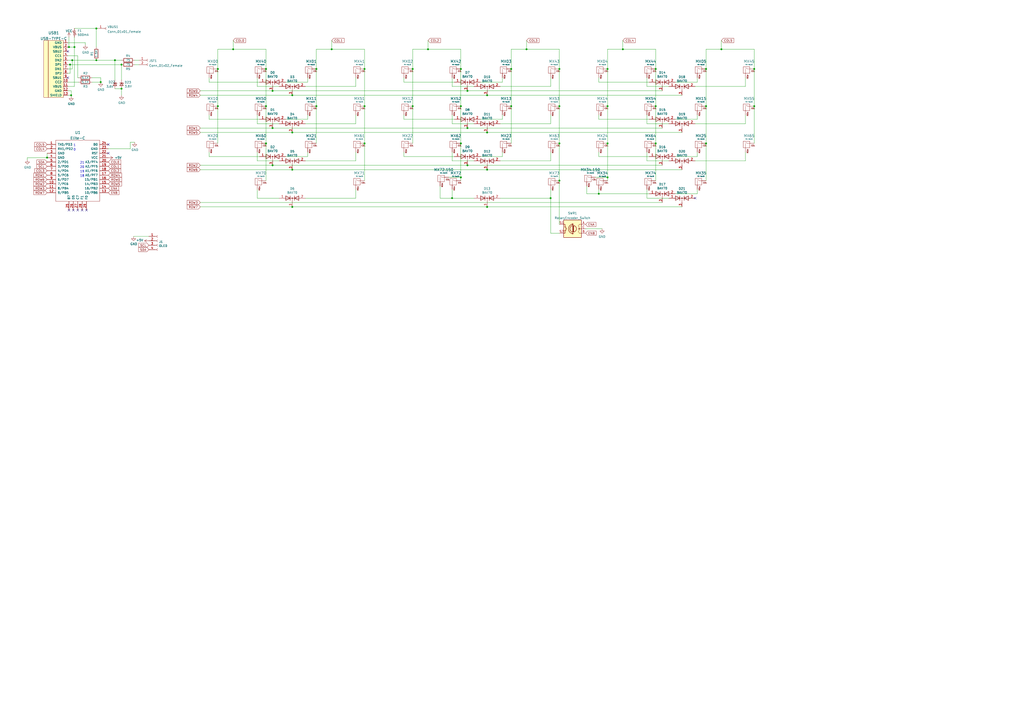
<source format=kicad_sch>
(kicad_sch (version 20211123) (generator eeschema)
  (paper "A2")
  (lib_symbols
    (symbol "Connector:Conn_01x01_Female" (pin_names (offset 1.016) hide)
      (property "Reference" "J" (at 0 2.54 0))
      (property "Value" "Conn_01x01_Female" (at 0 -2.54 0))
      (symbol "Conn_01x01_Female_1_1"
        (pin passive line (at -5.08 0 0) (length 3.81) (name "Pin_1") (number "1"))
      )
    )
    (symbol "Connector:Conn_01x02_Female" (pin_names (offset 1.016) hide)
      (property "Reference" "J" (at 0 2.54 0))
      (property "Value" "Conn_01x02_Female" (at 0 -5.08 0))
      (symbol "Conn_01x02_Female_1_1"
        (pin passive line (at -5.08 0 0) (length 3.81) (name "Pin_1") (number "1"))
        (pin passive line (at -5.08 -2.54 0) (length 3.81) (name "Pin_2") (number "2"))
      )
    )
    (symbol "Connector:Conn_01x04_Female" (pin_names (offset 1.016) hide)
      (property "Reference" "J" (at 0 5.08 0))
      (property "Value" "Conn_01x04_Female" (at 0 -7.62 0))
      (symbol "Conn_01x04_Female_1_1"
        (pin passive line (at -5.08 2.54 0) (length 3.81) (name "Pin_1") (number "1"))
        (pin passive line (at -5.08 0 0) (length 3.81) (name "Pin_2") (number "2"))
        (pin passive line (at -5.08 -2.54 0) (length 3.81) (name "Pin_3") (number "3"))
        (pin passive line (at -5.08 -5.08 0) (length 3.81) (name "Pin_4") (number "4"))
      )
    )
    (symbol "Device:D_Zener_Small" (pin_numbers hide) (pin_names (offset 0.254) hide)
      (property "Reference" "D" (at 0 2.286 0))
      (property "Value" "D_Zener_Small" (at 0 -2.286 0))
      (symbol "D_Zener_Small_1_1"
        (pin passive line (at -2.54 0 0) (length 1.778) (name "K") (number "1"))
        (pin passive line (at 2.54 0 180) (length 1.778) (name "A") (number "2"))
      )
    )
    (symbol "Device:Polyfuse_Small" (pin_numbers hide) (pin_names (offset 0))
      (property "Reference" "F" (at -1.905 0 90))
      (property "Value" "Polyfuse_Small" (at 1.905 0 90))
      (symbol "Polyfuse_Small_1_1"
        (pin passive line (at 0 2.54 270) (length 0.635) (name "~") (number "1"))
        (pin passive line (at 0 -2.54 90) (length 0.635) (name "~") (number "2"))
      )
    )
    (symbol "Device:R" (pin_numbers hide) (pin_names (offset 0))
      (property "Reference" "R" (at 2.032 0 90))
      (property "Value" "R" (at 0 0 90))
      (symbol "R_1_1"
        (pin passive line (at 0 3.81 270) (length 1.27) (name "~") (number "1"))
        (pin passive line (at 0 -3.81 90) (length 1.27) (name "~") (number "2"))
      )
    )
    (symbol "Device:RotaryEncoder_Switch" (pin_names (offset 0.254) hide)
      (property "Reference" "SW" (at 0 6.604 0))
      (property "Value" "RotaryEncoder_Switch" (at 0 -6.604 0))
      (symbol "RotaryEncoder_Switch_1_1"
        (pin passive line (at -7.62 2.54 0) (length 2.54) (name "A") (number "A"))
        (pin passive line (at -7.62 -2.54 0) (length 2.54) (name "B") (number "B"))
        (pin passive line (at -7.62 0 0) (length 2.54) (name "C") (number "C"))
        (pin passive line (at 7.62 2.54 180) (length 2.54) (name "S1") (number "S1"))
        (pin passive line (at 7.62 -2.54 180) (length 2.54) (name "S2") (number "S2"))
      )
    )
    (symbol "Diode:BAV70" (pin_names (offset 0.762) hide)
      (property "Reference" "D" (at 0.635 -2.54 0))
      (property "Value" "BAV70" (at 0 2.54 0))
      (symbol "BAV70_0_1"
        (pin passive line (at -7.62 0 0) (length 3.81) (name "A") (number "1"))
        (pin passive line (at 7.62 0 180) (length 3.81) (name "A") (number "2"))
        (pin passive line (at 0 -5.08 90) (length 2.54) (name "K") (number "3"))
      )
    )
    (symbol "MX_Alps_Hybrid:MX-NoLED" (pin_names (offset 1.016))
      (property "Reference" "MX" (at -0.635 3.81 0))
      (property "Value" "MX-NoLED" (at -0.635 1.27 0))
      (symbol "MX-NoLED_0_0"
        (text "COL" (at 3.175 0 0) (effects (font (size 0.762 0.762))))
        (text "ROW" (at 0 -1.905 900) (effects (font (size 0.762 0.762)) (justify right)))
      )
      (symbol "MX-NoLED_1_1"
        (pin passive line (at 3.81 1.27 180) (length 2.54) (name "COL") (number "1"))
        (pin passive line (at -1.27 -3.81 90) (length 2.54) (name "ROW") (number "2"))
      )
    )
    (symbol "keebio:Elite-C" (pin_names (offset 1.016))
      (property "Reference" "U" (at 0 0 0))
      (property "Value" "Elite-C" (at 0 2.54 0))
      (symbol "Elite-C_1_1"
        (pin input line (at -17.78 13.97 0) (length 5.08) (name "TX0/PD3") (number "1"))
        (pin input line (at -17.78 -8.89 0) (length 5.08) (name "7/PE6") (number "10"))
        (pin input line (at -17.78 -11.43 0) (length 5.08) (name "8/PB4") (number "11"))
        (pin input line (at -17.78 -13.97 0) (length 5.08) (name "9/PB5") (number "12"))
        (pin input line (at 17.78 -13.97 180) (length 5.08) (name "10/PB6") (number "13"))
        (pin input line (at 17.78 -11.43 180) (length 5.08) (name "16/PB2") (number "14"))
        (pin input line (at 17.78 -8.89 180) (length 5.08) (name "14/PB3") (number "15"))
        (pin input line (at 17.78 -6.35 180) (length 5.08) (name "15/PB1") (number "16"))
        (pin input line (at 17.78 -3.81 180) (length 5.08) (name "A0/PF7") (number "17"))
        (pin input line (at 17.78 -1.27 180) (length 5.08) (name "A1/PF6") (number "18"))
        (pin input line (at 17.78 1.27 180) (length 5.08) (name "A2/PF5") (number "19"))
        (pin input line (at -17.78 11.43 0) (length 5.08) (name "RX1/PD2") (number "2"))
        (pin input line (at 17.78 3.81 180) (length 5.08) (name "A3/PF4") (number "20"))
        (pin input line (at 17.78 6.35 180) (length 5.08) (name "VCC") (number "21"))
        (pin input line (at 17.78 8.89 180) (length 5.08) (name "RST") (number "22"))
        (pin input line (at 17.78 11.43 180) (length 5.08) (name "GND") (number "23"))
        (pin input line (at 17.78 13.97 180) (length 5.08) (name "B0") (number "24"))
        (pin input line (at -5.08 -24.13 90) (length 5.08) (name "B7") (number "25"))
        (pin input line (at -2.54 -24.13 90) (length 5.08) (name "D5") (number "26"))
        (pin input line (at 0 -24.13 90) (length 5.08) (name "C7") (number "27"))
        (pin input line (at 2.54 -24.13 90) (length 5.08) (name "F1") (number "28"))
        (pin input line (at 5.08 -24.13 90) (length 5.08) (name "F0") (number "29"))
        (pin input line (at -17.78 8.89 0) (length 5.08) (name "GND") (number "3"))
        (pin input line (at -17.78 6.35 0) (length 5.08) (name "GND") (number "4"))
        (pin input line (at -17.78 3.81 0) (length 5.08) (name "2/PD1") (number "5"))
        (pin input line (at -17.78 1.27 0) (length 5.08) (name "3/PD0") (number "6"))
        (pin input line (at -17.78 -1.27 0) (length 5.08) (name "4/PD4") (number "7"))
        (pin input line (at -17.78 -3.81 0) (length 5.08) (name "5/PC6") (number "8"))
        (pin input line (at -17.78 -6.35 0) (length 5.08) (name "6/PD7") (number "9"))
      )
    )
    (symbol "keebio:HRO-TYPE-C-31-M-12" (pin_names (offset 1.016))
      (property "Reference" "USB" (at -5.08 16.51 0))
      (property "Value" "HRO-TYPE-C-31-M-12" (at -10.16 -1.27 90))
      (symbol "HRO-TYPE-C-31-M-12_1_1"
        (pin input line (at 2.54 13.97 180) (length 2.54) (name "GND") (number "1"))
        (pin input line (at 2.54 -8.89 180) (length 2.54) (name "CC2") (number "10"))
        (pin input line (at 2.54 -11.43 180) (length 2.54) (name "VBUS") (number "11"))
        (pin input line (at 2.54 -13.97 180) (length 2.54) (name "GND") (number "12"))
        (pin input line (at 2.54 -16.51 180) (length 2.54) (name "SHIELD") (number "13"))
        (pin input line (at 2.54 11.43 180) (length 2.54) (name "VBUS") (number "2"))
        (pin input line (at 2.54 8.89 180) (length 2.54) (name "SBU2") (number "3"))
        (pin input line (at 2.54 6.35 180) (length 2.54) (name "CC1") (number "4"))
        (pin input line (at 2.54 3.81 180) (length 2.54) (name "DN2") (number "5"))
        (pin input line (at 2.54 1.27 180) (length 2.54) (name "DP1") (number "6"))
        (pin input line (at 2.54 -1.27 180) (length 2.54) (name "DN1") (number "7"))
        (pin input line (at 2.54 -3.81 180) (length 2.54) (name "DP2") (number "8"))
        (pin input line (at 2.54 -6.35 180) (length 2.54) (name "SBU1") (number "9"))
      )
    )
    (symbol "power:+5V" (power) (pin_names (offset 0))
      (property "Value" "+5V" (at 0 3.556 0))
      (symbol "+5V_1_1"
        (pin power_in line (at 0 0 90) (length 0) hide (name "+5V") (number "1"))
      )
    )
    (symbol "power:GND" (power) (pin_names (offset 0))
      (property "Value" "GND" (at 0 -3.81 0))
      (symbol "GND_1_1"
        (pin power_in line (at 0 0 270) (length 0) hide (name "GND") (number "1"))
      )
    )
    (symbol "power:VCC" (power) (pin_names (offset 0))
      (property "Value" "VCC" (at 0 3.81 0))
      (symbol "VCC_1_1"
        (pin power_in line (at 0 0 90) (length 0) hide (name "VCC") (number "1"))
      )
    )
  )
  (junction (at 211.455 40.005))
  (junction (at 70.485 51.435))
  (junction (at 267.335 61.595))
  (junction (at 135.255 28.575))
  (junction (at 324.485 40.005))
  (junction (at 324.485 104.775))
  (junction (at 267.335 83.185))
  (junction (at 409.575 61.595))
  (junction (at 319.405 114.935))
  (junction (at 158.115 52.705))
  (junction (at 158.115 74.295))
  (junction (at 41.91 34.925))
  (junction (at 126.365 40.005))
  (junction (at 409.575 40.005))
  (junction (at 296.545 40.005))
  (junction (at 418.465 28.575))
  (junction (at 352.425 40.005))
  (junction (at 282.575 76.835))
  (junction (at 324.485 83.185))
  (junction (at 154.305 61.595))
  (junction (at 169.545 98.425))
  (junction (at 352.425 61.595))
  (junction (at 282.575 120.015))
  (junction (at 239.395 40.005))
  (junction (at 70.485 37.465))
  (junction (at 380.365 61.595))
  (junction (at 55.88 16.51))
  (junction (at 55.88 34.925))
  (junction (at 66.675 34.925))
  (junction (at 183.515 40.005))
  (junction (at 267.335 102.87))
  (junction (at 27.305 91.44))
  (junction (at 305.435 28.575))
  (junction (at 248.285 28.575))
  (junction (at 169.545 76.835))
  (junction (at 154.305 40.005))
  (junction (at 41.275 55.245))
  (junction (at 380.365 83.185))
  (junction (at 409.575 83.185))
  (junction (at 271.145 74.295))
  (junction (at 169.545 55.245))
  (junction (at 211.455 83.185))
  (junction (at 271.145 95.885))
  (junction (at 296.545 61.595))
  (junction (at 324.485 61.595))
  (junction (at 126.365 61.595))
  (junction (at 361.315 28.575))
  (junction (at 183.515 61.595))
  (junction (at 239.395 61.595))
  (junction (at 262.255 114.935))
  (junction (at 211.455 61.595))
  (junction (at 282.575 98.425))
  (junction (at 437.515 40.005))
  (junction (at 40.005 27.305))
  (junction (at 352.425 83.185))
  (junction (at 40.64 37.465))
  (junction (at 58.42 47.625))
  (junction (at 154.305 83.185))
  (junction (at 169.545 120.015))
  (junction (at 437.515 61.595))
  (junction (at 43.18 27.305))
  (junction (at 192.405 28.575))
  (junction (at 282.575 55.245))
  (junction (at 380.365 40.005))
  (junction (at 352.425 102.87))
  (junction (at 271.145 52.705))
  (junction (at 158.115 95.885))
  (junction (at 347.345 112.395))
  (junction (at 267.335 40.005))
  (no_connect (at 47.625 121.92))
  (no_connect (at 403.225 114.935))
  (no_connect (at 62.865 83.82))
  (no_connect (at 62.865 88.9))
  (no_connect (at 50.165 121.92))
  (no_connect (at 39.37 29.845))
  (no_connect (at 39.37 45.085))
  (no_connect (at 40.005 121.92))
  (no_connect (at 42.545 121.92))
  (no_connect (at 45.085 121.92))
  (wire (pts (xy 121.285 69.215) (xy 150.495 69.215)))
  (wire (pts (xy 324.485 40.005) (xy 324.485 61.595)))
  (wire (pts (xy 271.145 95.885) (xy 384.175 95.885)))
  (wire (pts (xy 55.88 34.925) (xy 66.675 34.925)))
  (wire (pts (xy 324.485 61.595) (xy 324.485 83.185)))
  (wire (pts (xy 66.675 34.925) (xy 66.675 46.355)))
  (wire (pts (xy 211.455 61.595) (xy 211.455 83.185)))
  (wire (pts (xy 239.395 28.575) (xy 239.395 40.005)))
  (wire (pts (xy 206.375 66.675) (xy 206.375 71.755)))
  (wire (pts (xy 116.205 76.835) (xy 169.545 76.835)))
  (wire (pts (xy 340.36 112.395) (xy 347.345 112.395)))
  (wire (pts (xy 78.105 37.465) (xy 80.645 37.465)))
  (wire (pts (xy 352.425 61.595) (xy 352.425 83.185)))
  (wire (pts (xy 380.365 40.005) (xy 380.365 61.595)))
  (wire (pts (xy 45.085 45.085) (xy 45.72 45.085)))
  (wire (pts (xy 262.255 45.085) (xy 262.255 50.165)))
  (wire (pts (xy 169.545 98.425) (xy 282.575 98.425)))
  (wire (pts (xy 296.545 61.595) (xy 296.545 83.185)))
  (wire (pts (xy 347.345 45.085) (xy 347.345 47.625)))
  (wire (pts (xy 324.485 83.185) (xy 324.485 104.775)))
  (wire (pts (xy 149.225 45.085) (xy 149.225 50.165)))
  (wire (pts (xy 192.405 23.495) (xy 192.405 28.575)))
  (wire (pts (xy 206.375 93.345) (xy 177.165 93.345)))
  (wire (pts (xy 375.285 109.855) (xy 375.285 114.935)))
  (wire (pts (xy 296.545 28.575) (xy 296.545 40.005)))
  (wire (pts (xy 319.405 88.265) (xy 319.405 93.345)))
  (wire (pts (xy 319.405 71.755) (xy 290.195 71.755)))
  (wire (pts (xy 262.255 50.165) (xy 274.955 50.165)))
  (wire (pts (xy 234.315 47.625) (xy 263.525 47.625)))
  (wire (pts (xy 183.515 28.575) (xy 183.515 40.005)))
  (wire (pts (xy 248.285 28.575) (xy 239.395 28.575)))
  (wire (pts (xy 149.225 66.675) (xy 149.225 71.755)))
  (wire (pts (xy 432.435 93.345) (xy 403.225 93.345)))
  (wire (pts (xy 409.575 28.575) (xy 409.575 40.005)))
  (wire (pts (xy 432.435 66.675) (xy 432.435 71.755)))
  (wire (pts (xy 66.675 34.925) (xy 70.485 34.925)))
  (wire (pts (xy 282.575 98.425) (xy 395.605 98.425)))
  (wire (pts (xy 432.435 71.755) (xy 403.225 71.755)))
  (wire (pts (xy 282.575 120.015) (xy 395.605 120.015)))
  (wire (pts (xy 116.205 98.425) (xy 169.545 98.425)))
  (wire (pts (xy 78.105 34.925) (xy 80.645 34.925)))
  (wire (pts (xy 116.205 74.295) (xy 158.115 74.295)))
  (wire (pts (xy 404.495 45.085) (xy 404.495 47.625)))
  (wire (pts (xy 361.315 28.575) (xy 352.425 28.575)))
  (wire (pts (xy 75.565 82.55) (xy 75.565 86.36)))
  (wire (pts (xy 347.345 69.215) (xy 376.555 69.215)))
  (wire (pts (xy 121.285 88.265) (xy 121.285 90.805)))
  (wire (pts (xy 158.115 95.885) (xy 271.145 95.885)))
  (wire (pts (xy 39.37 52.705) (xy 41.275 52.705)))
  (wire (pts (xy 248.285 28.575) (xy 267.335 28.575)))
  (wire (pts (xy 43.18 27.305) (xy 43.18 50.165)))
  (wire (pts (xy 206.375 114.935) (xy 177.165 114.935)))
  (wire (pts (xy 345.44 102.87) (xy 352.425 102.87)))
  (wire (pts (xy 58.42 45.085) (xy 58.42 47.625)))
  (wire (pts (xy 352.425 28.575) (xy 352.425 40.005)))
  (wire (pts (xy 183.515 61.595) (xy 183.515 83.185)))
  (wire (pts (xy 432.435 45.085) (xy 432.435 50.165)))
  (wire (pts (xy 282.575 76.835) (xy 395.605 76.835)))
  (wire (pts (xy 319.405 50.165) (xy 290.195 50.165)))
  (wire (pts (xy 340.36 107.95) (xy 340.36 112.395)))
  (wire (pts (xy 404.495 47.625) (xy 391.795 47.625)))
  (wire (pts (xy 267.335 28.575) (xy 267.335 40.005)))
  (wire (pts (xy 116.205 120.015) (xy 169.545 120.015)))
  (wire (pts (xy 234.315 90.805) (xy 263.525 90.805)))
  (wire (pts (xy 206.375 71.755) (xy 177.165 71.755)))
  (wire (pts (xy 39.37 34.925) (xy 41.91 34.925)))
  (wire (pts (xy 62.865 86.36) (xy 75.565 86.36)))
  (wire (pts (xy 409.575 61.595) (xy 409.575 83.185)))
  (wire (pts (xy 116.205 95.885) (xy 158.115 95.885)))
  (wire (pts (xy 154.305 28.575) (xy 154.305 40.005)))
  (wire (pts (xy 375.285 45.085) (xy 375.285 50.165)))
  (wire (pts (xy 158.115 52.705) (xy 271.145 52.705)))
  (wire (pts (xy 404.495 66.675) (xy 404.495 69.215)))
  (wire (pts (xy 39.37 27.305) (xy 40.005 27.305)))
  (wire (pts (xy 39.37 55.245) (xy 41.275 55.245)))
  (wire (pts (xy 135.255 28.575) (xy 126.365 28.575)))
  (wire (pts (xy 361.315 28.575) (xy 380.365 28.575)))
  (wire (pts (xy 267.335 102.87) (xy 267.335 104.775)))
  (wire (pts (xy 178.435 45.085) (xy 178.435 47.625)))
  (wire (pts (xy 418.465 23.495) (xy 418.465 28.575)))
  (wire (pts (xy 319.405 114.935) (xy 290.195 114.935)))
  (wire (pts (xy 305.435 28.575) (xy 296.545 28.575)))
  (wire (pts (xy 234.315 88.265) (xy 234.315 90.805)))
  (wire (pts (xy 347.345 66.675) (xy 347.345 69.215)))
  (wire (pts (xy 234.315 45.085) (xy 234.315 47.625)))
  (wire (pts (xy 291.465 88.265) (xy 291.465 90.805)))
  (wire (pts (xy 149.225 93.345) (xy 161.925 93.345)))
  (wire (pts (xy 49.53 26.035) (xy 49.53 24.765)))
  (wire (pts (xy 169.545 120.015) (xy 282.575 120.015)))
  (wire (pts (xy 15.875 91.44) (xy 15.875 92.71)))
  (wire (pts (xy 262.255 93.345) (xy 274.955 93.345)))
  (wire (pts (xy 255.27 114.935) (xy 262.255 114.935)))
  (wire (pts (xy 126.365 28.575) (xy 126.365 40.005)))
  (wire (pts (xy 437.515 28.575) (xy 437.515 40.005)))
  (wire (pts (xy 169.545 55.245) (xy 282.575 55.245)))
  (wire (pts (xy 66.675 51.435) (xy 70.485 51.435)))
  (wire (pts (xy 70.485 46.355) (xy 70.485 37.465)))
  (wire (pts (xy 126.365 61.595) (xy 126.365 83.185)))
  (wire (pts (xy 154.305 61.595) (xy 154.305 83.185)))
  (wire (pts (xy 291.465 45.085) (xy 291.465 47.625)))
  (wire (pts (xy 41.91 34.925) (xy 55.88 34.925)))
  (wire (pts (xy 319.405 114.935) (xy 319.405 135.255)))
  (wire (pts (xy 211.455 40.005) (xy 211.455 61.595)))
  (wire (pts (xy 39.37 37.465) (xy 40.64 37.465)))
  (wire (pts (xy 53.34 47.625) (xy 58.42 47.625)))
  (wire (pts (xy 149.225 114.935) (xy 161.925 114.935)))
  (wire (pts (xy 291.465 69.215) (xy 278.765 69.215)))
  (wire (pts (xy 260.35 102.87) (xy 267.335 102.87)))
  (wire (pts (xy 352.425 40.005) (xy 352.425 61.595)))
  (wire (pts (xy 347.345 90.805) (xy 347.345 88.265)))
  (wire (pts (xy 154.305 40.005) (xy 154.305 61.595)))
  (wire (pts (xy 409.575 83.185) (xy 409.575 104.775)))
  (wire (pts (xy 149.225 109.855) (xy 149.225 114.935)))
  (wire (pts (xy 234.315 69.215) (xy 263.525 69.215)))
  (wire (pts (xy 375.285 88.265) (xy 375.285 93.345)))
  (wire (pts (xy 339.725 132.715) (xy 349.25 132.715)))
  (wire (pts (xy 271.145 52.705) (xy 384.175 52.705)))
  (wire (pts (xy 40.64 37.465) (xy 70.485 37.465)))
  (wire (pts (xy 324.485 28.575) (xy 324.485 40.005)))
  (wire (pts (xy 39.37 47.625) (xy 45.72 47.625)))
  (wire (pts (xy 271.145 74.295) (xy 384.175 74.295)))
  (wire (pts (xy 437.515 61.595) (xy 437.515 83.185)))
  (wire (pts (xy 43.18 21.59) (xy 43.18 27.305)))
  (wire (pts (xy 40.005 21.59) (xy 40.005 27.305)))
  (wire (pts (xy 55.88 16.51) (xy 56.515 16.51)))
  (wire (pts (xy 41.91 34.925) (xy 41.91 40.005)))
  (wire (pts (xy 375.285 114.935) (xy 387.985 114.935)))
  (wire (pts (xy 319.405 45.085) (xy 319.405 50.165)))
  (wire (pts (xy 40.64 37.465) (xy 40.64 42.545)))
  (wire (pts (xy 135.255 28.575) (xy 154.305 28.575)))
  (wire (pts (xy 375.285 66.675) (xy 375.285 71.755)))
  (wire (pts (xy 305.435 23.495) (xy 305.435 28.575)))
  (wire (pts (xy 41.91 40.005) (xy 39.37 40.005)))
  (wire (pts (xy 291.465 66.675) (xy 291.465 69.215)))
  (wire (pts (xy 296.545 40.005) (xy 296.545 61.595)))
  (wire (pts (xy 319.405 135.255) (xy 324.485 135.255)))
  (wire (pts (xy 43.18 50.165) (xy 39.37 50.165)))
  (wire (pts (xy 375.285 93.345) (xy 387.985 93.345)))
  (wire (pts (xy 404.495 109.855) (xy 404.495 112.395)))
  (wire (pts (xy 376.555 112.395) (xy 347.345 112.395)))
  (wire (pts (xy 211.455 83.185) (xy 211.455 104.775)))
  (wire (pts (xy 352.425 83.185) (xy 352.425 102.87)))
  (wire (pts (xy 262.255 71.755) (xy 274.955 71.755)))
  (wire (pts (xy 262.255 88.265) (xy 262.255 93.345)))
  (wire (pts (xy 380.365 83.185) (xy 380.365 104.775)))
  (wire (pts (xy 178.435 66.675) (xy 178.435 69.215)))
  (wire (pts (xy 418.465 28.575) (xy 437.515 28.575)))
  (wire (pts (xy 255.27 107.95) (xy 255.27 114.935)))
  (wire (pts (xy 149.225 88.265) (xy 149.225 93.345)))
  (wire (pts (xy 375.285 50.165) (xy 387.985 50.165)))
  (wire (pts (xy 262.255 114.935) (xy 274.955 114.935)))
  (wire (pts (xy 178.435 69.215) (xy 165.735 69.215)))
  (wire (pts (xy 432.435 88.265) (xy 432.435 93.345)))
  (wire (pts (xy 319.405 109.855) (xy 319.405 114.935)))
  (wire (pts (xy 248.285 23.495) (xy 248.285 28.575)))
  (wire (pts (xy 206.375 109.855) (xy 206.375 114.935)))
  (wire (pts (xy 267.335 40.005) (xy 267.335 61.595)))
  (wire (pts (xy 41.275 52.705) (xy 41.275 55.245)))
  (wire (pts (xy 116.205 117.475) (xy 384.175 117.475)))
  (wire (pts (xy 291.465 90.805) (xy 278.765 90.805)))
  (wire (pts (xy 41.275 55.245) (xy 41.275 55.88)))
  (wire (pts (xy 27.305 88.9) (xy 27.305 91.44)))
  (wire (pts (xy 282.575 55.245) (xy 395.605 55.245)))
  (wire (pts (xy 135.255 23.495) (xy 135.255 28.575)))
  (wire (pts (xy 154.305 83.185) (xy 154.305 104.775)))
  (wire (pts (xy 40.64 42.545) (xy 39.37 42.545)))
  (wire (pts (xy 178.435 47.625) (xy 165.735 47.625)))
  (wire (pts (xy 262.255 66.675) (xy 262.255 71.755)))
  (wire (pts (xy 40.005 27.305) (xy 43.18 27.305)))
  (wire (pts (xy 404.495 88.265) (xy 404.495 90.805)))
  (wire (pts (xy 116.205 55.245) (xy 169.545 55.245)))
  (wire (pts (xy 352.425 102.87) (xy 352.425 104.775)))
  (wire (pts (xy 380.365 61.595) (xy 380.365 83.185)))
  (wire (pts (xy 239.395 40.005) (xy 239.395 61.595)))
  (wire (pts (xy 234.315 66.675) (xy 234.315 69.215)))
  (wire (pts (xy 267.335 83.185) (xy 267.335 102.87)))
  (wire (pts (xy 178.435 88.265) (xy 178.435 90.805)))
  (wire (pts (xy 121.285 66.675) (xy 121.285 69.215)))
  (wire (pts (xy 375.285 71.755) (xy 387.985 71.755)))
  (wire (pts (xy 267.335 61.595) (xy 267.335 83.185)))
  (wire (pts (xy 15.875 91.44) (xy 27.305 91.44)))
  (wire (pts (xy 361.315 23.495) (xy 361.315 28.575)))
  (wire (pts (xy 116.205 52.705) (xy 158.115 52.705)))
  (wire (pts (xy 149.225 71.755) (xy 161.925 71.755)))
  (wire (pts (xy 178.435 90.805) (xy 165.735 90.805)))
  (wire (pts (xy 319.405 93.345) (xy 290.195 93.345)))
  (wire (pts (xy 305.435 28.575) (xy 324.485 28.575)))
  (wire (pts (xy 192.405 28.575) (xy 211.455 28.575)))
  (wire (pts (xy 347.345 47.625) (xy 376.555 47.625)))
  (wire (pts (xy 39.37 24.765) (xy 49.53 24.765)))
  (wire (pts (xy 409.575 40.005) (xy 409.575 61.595)))
  (wire (pts (xy 291.465 47.625) (xy 278.765 47.625)))
  (wire (pts (xy 347.345 112.395) (xy 347.345 109.855)))
  (wire (pts (xy 437.515 40.005) (xy 437.515 61.595)))
  (wire (pts (xy 45.085 32.385) (xy 45.085 45.085)))
  (wire (pts (xy 404.495 90.805) (xy 391.795 90.805)))
  (wire (pts (xy 206.375 88.265) (xy 206.375 93.345)))
  (wire (pts (xy 53.34 45.085) (xy 58.42 45.085)))
  (wire (pts (xy 86.36 137.16) (xy 77.47 137.16)))
  (wire (pts (xy 404.495 69.215) (xy 391.795 69.215)))
  (wire (pts (xy 39.37 32.385) (xy 45.085 32.385)))
  (wire (pts (xy 43.18 16.51) (xy 55.88 16.51)))
  (wire (pts (xy 70.485 51.435) (xy 70.485 55.245)))
  (wire (pts (xy 324.485 104.775) (xy 324.485 130.175)))
  (wire (pts (xy 169.545 76.835) (xy 282.575 76.835)))
  (wire (pts (xy 121.285 90.805) (xy 150.495 90.805)))
  (wire (pts (xy 432.435 50.165) (xy 403.225 50.165)))
  (wire (pts (xy 418.465 28.575) (xy 409.575 28.575)))
  (wire (pts (xy 211.455 28.575) (xy 211.455 40.005)))
  (wire (pts (xy 126.365 40.005) (xy 126.365 61.595)))
  (wire (pts (xy 239.395 61.595) (xy 239.395 83.185)))
  (wire (pts (xy 192.405 28.575) (xy 183.515 28.575)))
  (wire (pts (xy 158.115 74.295) (xy 271.145 74.295)))
  (wire (pts (xy 380.365 28.575) (xy 380.365 40.005)))
  (wire (pts (xy 206.375 45.085) (xy 206.375 50.165)))
  (wire (pts (xy 376.555 90.805) (xy 347.345 90.805)))
  (wire (pts (xy 404.495 112.395) (xy 391.795 112.395)))
  (wire (pts (xy 319.405 66.675) (xy 319.405 71.755)))
  (wire (pts (xy 262.255 109.855) (xy 262.255 114.935)))
  (wire (pts (xy 78.105 82.55) (xy 75.565 82.55)))
  (wire (pts (xy 121.285 45.085) (xy 121.285 47.625)))
  (wire (pts (xy 149.225 50.165) (xy 161.925 50.165)))
  (wire (pts (xy 183.515 40.005) (xy 183.515 61.595)))
  (wire (pts (xy 121.285 47.625) (xy 150.495 47.625)))
  (wire (pts (xy 55.88 27.305) (xy 55.88 16.51)))
  (wire (pts (xy 206.375 50.165) (xy 177.165 50.165)))
  (text "20" (at 46.355 97.79 0) (effects (font (size 1.27 1.27)) (justify left bottom)))
  (text "21" (at 46.355 95.25 0) (effects (font (size 1.27 1.27)) (justify left bottom)))
  (text "19" (at 46.355 100.33 0) (effects (font (size 1.27 1.27)) (justify left bottom)))
  (text "0" (at 42.545 87.63 0) (effects (font (size 1.27 1.27)) (justify left bottom)))
  (text "1" (at 42.545 85.09 0) (effects (font (size 1.27 1.27)) (justify left bottom)))
  (text "18" (at 46.355 102.87 0) (effects (font (size 1.27 1.27)) (justify left bottom)))
  (global_label "SDA" (shape input) (at 27.305 93.98 180) (property "Intersheet References" "${INTERSHEET_REFS}" (effects hide)))
  (global_label "ROW2" (shape input) (at 116.205 95.885 180) (property "Intersheet References" "${INTERSHEET_REFS}" (effects hide)))
  (global_label "SDA" (shape input) (at 86.36 144.78 180) (property "Intersheet References" "${INTERSHEET_REFS}" (effects hide)))
  (global_label "ROW2" (shape input) (at 27.305 106.68 180) (property "Intersheet References" "${INTERSHEET_REFS}" (effects hide)))
  (global_label "COL0" (shape input) (at 135.255 23.495 0) (property "Intersheet References" "${INTERSHEET_REFS}" (effects hide)))
  (global_label "ROW5" (shape input) (at 62.865 106.68 0) (property "Intersheet References" "${INTERSHEET_REFS}" (effects hide)))
  (global_label "ROW7" (shape input) (at 27.305 111.76 180) (property "Intersheet References" "${INTERSHEET_REFS}" (effects hide)))
  (global_label "COL5" (shape input) (at 27.305 83.82 180) (property "Intersheet References" "${INTERSHEET_REFS}" (effects hide)))
  (global_label "ROW1" (shape input) (at 27.305 101.6 180) (property "Intersheet References" "${INTERSHEET_REFS}" (effects hide)))
  (global_label "COL5" (shape input) (at 418.465 23.495 0) (property "Intersheet References" "${INTERSHEET_REFS}" (effects hide)))
  (global_label "ROW6" (shape input) (at 116.205 98.425 180) (property "Intersheet References" "${INTERSHEET_REFS}" (effects hide)))
  (global_label "COL3" (shape input) (at 27.305 99.06 180) (property "Intersheet References" "${INTERSHEET_REFS}" (effects hide)))
  (global_label "ROW7" (shape input) (at 116.205 120.015 180) (property "Intersheet References" "${INTERSHEET_REFS}" (effects hide)))
  (global_label "ROW1" (shape input) (at 116.205 74.295 180) (property "Intersheet References" "${INTERSHEET_REFS}" (effects hide)))
  (global_label "ROW4" (shape input) (at 116.205 55.245 180) (property "Intersheet References" "${INTERSHEET_REFS}" (effects hide)))
  (global_label "ENB" (shape input) (at 339.725 135.255 0) (property "Intersheet References" "${INTERSHEET_REFS}" (effects hide)))
  (global_label "ROW6" (shape input) (at 27.305 104.14 180) (property "Intersheet References" "${INTERSHEET_REFS}" (effects hide)))
  (global_label "ROW3" (shape input) (at 27.305 109.22 180) (property "Intersheet References" "${INTERSHEET_REFS}" (effects hide)))
  (global_label "ENA" (shape input) (at 62.865 109.22 0) (property "Intersheet References" "${INTERSHEET_REFS}" (effects hide)))
  (global_label "ENA" (shape input) (at 339.725 130.175 0) (property "Intersheet References" "${INTERSHEET_REFS}" (effects hide)))
  (global_label "ROW0" (shape input) (at 62.865 104.14 0) (property "Intersheet References" "${INTERSHEET_REFS}" (effects hide)))
  (global_label "ROW5" (shape input) (at 116.205 76.835 180) (property "Intersheet References" "${INTERSHEET_REFS}" (effects hide)))
  (global_label "ROW4" (shape input) (at 62.865 101.6 0) (property "Intersheet References" "${INTERSHEET_REFS}" (effects hide)))
  (global_label "COL0" (shape input) (at 62.865 93.98 0) (property "Intersheet References" "${INTERSHEET_REFS}" (effects hide)))
  (global_label "ROW3" (shape input) (at 116.205 117.475 180) (property "Intersheet References" "${INTERSHEET_REFS}" (effects hide)))
  (global_label "COL1" (shape input) (at 192.405 23.495 0) (property "Intersheet References" "${INTERSHEET_REFS}" (effects hide)))
  (global_label "COL2" (shape input) (at 62.865 99.06 0) (property "Intersheet References" "${INTERSHEET_REFS}" (effects hide)))
  (global_label "SCL" (shape input) (at 86.36 142.24 180) (property "Intersheet References" "${INTERSHEET_REFS}" (effects hide)))
  (global_label "COL1" (shape input) (at 62.865 96.52 0) (property "Intersheet References" "${INTERSHEET_REFS}" (effects hide)))
  (global_label "COL3" (shape input) (at 305.435 23.495 0) (property "Intersheet References" "${INTERSHEET_REFS}" (effects hide)))
  (global_label "SCL" (shape input) (at 27.305 96.52 180) (property "Intersheet References" "${INTERSHEET_REFS}" (effects hide)))
  (global_label "COL2" (shape input) (at 248.285 23.495 0) (property "Intersheet References" "${INTERSHEET_REFS}" (effects hide)))
  (global_label "COL4" (shape input) (at 27.305 86.36 180) (property "Intersheet References" "${INTERSHEET_REFS}" (effects hide)))
  (global_label "ROW0" (shape input) (at 116.205 52.705 180) (property "Intersheet References" "${INTERSHEET_REFS}" (effects hide)))
  (global_label "COL4" (shape input) (at 361.315 23.495 0) (property "Intersheet References" "${INTERSHEET_REFS}" (effects hide)))
  (global_label "ENB" (shape input) (at 62.865 111.76 0) (property "Intersheet References" "${INTERSHEET_REFS}" (effects hide)))
  (symbol (lib_id "Diode:BAV70") (at 169.545 71.755 0) (unit 1)
    (property "Reference" "D4" (at 169.545 66.2432 0))
    (property "Value" "BAV70" (at 169.545 68.5546 0))
    (property "Footprint" "Keebio-Parts:SOT-23_Handsoldering" (effects hide))
    (property "Datasheet" "https://assets.nexperia.com/documents/data-sheet/BAV70_SER.pdf" (effects hide))
  )
  (symbol (lib_id "Device:R") (at 74.295 37.465 270) (unit 1)
    (property "Reference" "R5" (at 74.295 40.005 90))
    (property "Value" "75" (at 74.295 37.465 90))
    (property "Footprint" "Resistor_SMD:R_0805_2012Metric_Pad1.15x1.40mm_HandSolder" (effects hide))
    (property "LCSC" "C17561" (effects hide))
  )
  (symbol (lib_id "power:GND") (at 349.25 132.715 0) (mirror y) (unit 1)
    (property "Reference" "#PWR0101" (effects hide))
    (property "Value" "GND" (at 349.25 137.2775 0))
  )
  (symbol (lib_id "Device:R") (at 49.53 45.085 90) (unit 1)
    (property "Reference" "R2" (at 49.53 42.545 90))
    (property "Value" "5.1K" (at 49.53 45.085 90))
    (property "Footprint" "Resistor_SMD:R_0805_2012Metric_Pad1.20x1.40mm_HandSolder" (effects hide))
    (property "LCSC" "C27834" (effects hide))
  )
  (symbol (lib_id "MX_Alps_Hybrid:MX-NoLED") (at 405.765 106.045 0) (unit 1)
    (property "Reference" "MX35" (at 406.6032 100.3808 0) (effects (font (size 1.524 1.524))))
    (property "Value" "MX-NoLED" (at 406.6032 102.2604 0) (effects (font (size 0.508 0.508))))
    (property "Footprint" "MX_Only:MXOnly-1U-NoLED" (effects hide))
  )
  (symbol (lib_id "Diode:BAV70") (at 395.605 71.755 0) (unit 1)
    (property "Reference" "D19" (at 395.605 66.2432 0))
    (property "Value" "BAV70" (at 395.605 68.5546 0))
    (property "Footprint" "Keebio-Parts:SOT-23_Handsoldering" (effects hide))
    (property "Datasheet" "https://assets.nexperia.com/documents/data-sheet/BAV70_SER.pdf" (effects hide))
  )
  (symbol (lib_id "Diode:BAV70") (at 271.145 47.625 0) (unit 1)
    (property "Reference" "D7" (at 271.145 42.1132 0))
    (property "Value" "BAV70" (at 271.145 44.4246 0))
    (property "Footprint" "Keebio-Parts:SOT-23_Handsoldering" (effects hide))
    (property "Datasheet" "https://assets.nexperia.com/documents/data-sheet/BAV70_SER.pdf" (effects hide))
  )
  (symbol (lib_id "MX_Alps_Hybrid:MX-NoLED") (at 405.765 62.865 0) (unit 1)
    (property "Reference" "MX15" (at 406.6032 57.2008 0) (effects (font (size 1.524 1.524))))
    (property "Value" "MX-NoLED" (at 406.6032 59.0804 0) (effects (font (size 0.508 0.508))))
    (property "Footprint" "MX_Only:MXOnly-1U-NoLED" (effects hide))
  )
  (symbol (lib_id "MX_Alps_Hybrid:MX-NoLED") (at 207.645 84.455 0) (unit 1)
    (property "Reference" "MX61" (at 208.4832 78.7908 0) (effects (font (size 1.524 1.524))))
    (property "Value" "MX-NoLED" (at 208.4832 80.6704 0) (effects (font (size 0.508 0.508))))
    (property "Footprint" "MX_Only:MXOnly-1U-NoLED" (effects hide))
  )
  (symbol (lib_id "MX_Alps_Hybrid:MX-NoLED") (at 235.585 41.275 0) (unit 1)
    (property "Reference" "MX02" (at 236.4232 35.6108 0) (effects (font (size 1.524 1.524))))
    (property "Value" "MX-NoLED" (at 236.4232 37.4904 0) (effects (font (size 0.508 0.508))))
    (property "Footprint" "MX_Only:MXOnly-1U-NoLED" (effects hide))
  )
  (symbol (lib_id "MX_Alps_Hybrid:MX-NoLED") (at 207.645 106.045 0) (unit 1)
    (property "Reference" "MX71" (at 208.4832 100.3808 0) (effects (font (size 1.524 1.524))))
    (property "Value" "MX-NoLED" (at 208.4832 102.2604 0) (effects (font (size 0.508 0.508))))
    (property "Footprint" "MX_Only:MXOnly-1U-NoLED" (effects hide))
  )
  (symbol (lib_id "MX_Alps_Hybrid:MX-NoLED") (at 256.54 104.14 0) (unit 1)
    (property "Reference" "MX72.150" (at 257.3782 98.4758 0) (effects (font (size 1.524 1.524))))
    (property "Value" "MX-NoLED" (at 257.3782 100.3554 0) (effects (font (size 0.508 0.508))))
    (property "Footprint" "MX_Only:MXOnly-1U-NoLED" (effects hide))
  )
  (symbol (lib_id "power:GND") (at 41.275 55.88 0) (unit 1)
    (property "Reference" "#PWR0107" (effects hide))
    (property "Value" "GND" (at 41.402 60.2742 0))
  )
  (symbol (lib_id "MX_Alps_Hybrid:MX-NoLED") (at 348.615 84.455 0) (unit 1)
    (property "Reference" "MX24" (at 349.4532 78.7908 0) (effects (font (size 1.524 1.524))))
    (property "Value" "MX-NoLED" (at 349.4532 80.6704 0) (effects (font (size 0.508 0.508))))
    (property "Footprint" "MX_Only:MXOnly-1U-NoLED" (effects hide))
  )
  (symbol (lib_id "power:GND") (at 58.42 47.625 0) (unit 1)
    (property "Reference" "#PWR0108" (effects hide))
    (property "Value" "GND" (at 58.547 52.0192 0))
  )
  (symbol (lib_id "MX_Alps_Hybrid:MX-NoLED") (at 320.675 62.865 0) (unit 1)
    (property "Reference" "MX53" (at 321.5132 57.2008 0) (effects (font (size 1.524 1.524))))
    (property "Value" "MX-NoLED" (at 321.5132 59.0804 0) (effects (font (size 0.508 0.508))))
    (property "Footprint" "MX_Only:MXOnly-1U-NoLED" (effects hide))
  )
  (symbol (lib_id "MX_Alps_Hybrid:MX-NoLED") (at 292.735 41.275 0) (unit 1)
    (property "Reference" "MX03" (at 293.5732 35.6108 0) (effects (font (size 1.524 1.524))))
    (property "Value" "MX-NoLED" (at 293.5732 37.4904 0) (effects (font (size 0.508 0.508))))
    (property "Footprint" "MX_Only:MXOnly-1U-NoLED" (effects hide))
  )
  (symbol (lib_id "MX_Alps_Hybrid:MX-NoLED") (at 433.705 41.275 0) (unit 1)
    (property "Reference" "MX45" (at 434.5432 35.6108 0) (effects (font (size 1.524 1.524))))
    (property "Value" "MX-NoLED" (at 434.5432 37.4904 0) (effects (font (size 0.508 0.508))))
    (property "Footprint" "MX_Only:MXOnly-1U-NoLED" (effects hide))
  )
  (symbol (lib_id "Diode:BAV70") (at 271.145 69.215 0) (unit 1)
    (property "Reference" "D8" (at 271.145 63.7032 0))
    (property "Value" "BAV70" (at 271.145 66.0146 0))
    (property "Footprint" "Keebio-Parts:SOT-23_Handsoldering" (effects hide))
    (property "Datasheet" "https://assets.nexperia.com/documents/data-sheet/BAV70_SER.pdf" (effects hide))
  )
  (symbol (lib_id "power:GND") (at 70.485 55.245 0) (unit 1)
    (property "Reference" "#PWR0109" (effects hide))
    (property "Value" "GND" (at 70.612 59.6392 0))
  )
  (symbol (lib_id "MX_Alps_Hybrid:MX-NoLED") (at 179.705 41.275 0) (unit 1)
    (property "Reference" "MX01" (at 180.5432 35.6108 0) (effects (font (size 1.524 1.524))))
    (property "Value" "MX-NoLED" (at 180.5432 37.4904 0) (effects (font (size 0.508 0.508))))
    (property "Footprint" "MX_Only:MXOnly-1U-NoLED" (effects hide))
  )
  (symbol (lib_id "MX_Alps_Hybrid:MX-NoLED") (at 433.705 84.455 0) (unit 1)
    (property "Reference" "MX65" (at 434.5432 78.7908 0) (effects (font (size 1.524 1.524))))
    (property "Value" "MX-NoLED" (at 434.5432 80.6704 0) (effects (font (size 0.508 0.508))))
    (property "Footprint" "MX_Only:MXOnly-1U-NoLED" (effects hide))
  )
  (symbol (lib_id "power:GND") (at 49.53 26.035 0) (unit 1)
    (property "Reference" "#PWR0112" (effects hide))
    (property "Value" "GND" (at 49.657 30.4292 0))
  )
  (symbol (lib_id "MX_Alps_Hybrid:MX-NoLED") (at 320.675 84.455 0) (unit 1)
    (property "Reference" "MX63" (at 321.5132 78.7908 0) (effects (font (size 1.524 1.524))))
    (property "Value" "MX-NoLED" (at 321.5132 80.6704 0) (effects (font (size 0.508 0.508))))
    (property "Footprint" "MX_Only:MXOnly-1U-NoLED" (effects hide))
  )
  (symbol (lib_id "MX_Alps_Hybrid:MX-NoLED") (at 150.495 62.865 0) (unit 1)
    (property "Reference" "MX50" (at 151.3332 57.2008 0) (effects (font (size 1.524 1.524))))
    (property "Value" "MX-NoLED" (at 151.3332 59.0804 0) (effects (font (size 0.508 0.508))))
    (property "Footprint" "MX_Only:MXOnly-1U-NoLED" (effects hide))
  )
  (symbol (lib_id "Diode:BAV70") (at 395.605 93.345 0) (unit 1)
    (property "Reference" "D20" (at 395.605 87.8332 0))
    (property "Value" "BAV70" (at 395.605 90.1446 0))
    (property "Footprint" "Keebio-Parts:SOT-23_Handsoldering" (effects hide))
    (property "Datasheet" "https://assets.nexperia.com/documents/data-sheet/BAV70_SER.pdf" (effects hide))
  )
  (symbol (lib_id "Connector:Conn_01x02_Female") (at 85.725 34.925 0) (unit 1)
    (property "Reference" "JST1" (at 86.4362 35.2865 0) (effects (justify left)))
    (property "Value" "Conn_01x02_Female" (at 86.4362 38.0616 0) (effects (justify left)))
  )
  (symbol (lib_id "Device:R") (at 74.295 34.925 270) (unit 1)
    (property "Reference" "R4" (at 74.295 32.385 90))
    (property "Value" "75" (at 74.295 34.925 90))
    (property "Footprint" "Resistor_SMD:R_0805_2012Metric_Pad1.15x1.40mm_HandSolder" (effects hide))
    (property "LCSC" "C17561" (effects hide))
  )
  (symbol (lib_id "power:GND") (at 15.875 92.71 0) (unit 1)
    (property "Reference" "#PWR0102" (effects hide))
    (property "Value" "GND" (at 16.002 97.1042 0))
  )
  (symbol (lib_id "Diode:BAV70") (at 384.175 69.215 0) (unit 1)
    (property "Reference" "D15" (at 384.175 63.7032 0))
    (property "Value" "BAV70" (at 384.175 66.0146 0))
    (property "Footprint" "Keebio-Parts:SOT-23_Handsoldering" (effects hide))
    (property "Datasheet" "https://assets.nexperia.com/documents/data-sheet/BAV70_SER.pdf" (effects hide))
  )
  (symbol (lib_id "keebio:HRO-TYPE-C-31-M-12") (at 36.83 38.735 0) (unit 1)
    (property "Reference" "USB1" (at 31.115 19.0911 0) (effects (font (size 1.524 1.524))))
    (property "Value" "USB-TYPE-C" (at 31.115 22.3701 0) (effects (font (size 1.524 1.524))))
  )
  (symbol (lib_id "MX_Alps_Hybrid:MX-NoLED") (at 207.645 62.865 0) (unit 1)
    (property "Reference" "MX51" (at 208.4832 57.2008 0) (effects (font (size 1.524 1.524))))
    (property "Value" "MX-NoLED" (at 208.4832 59.0804 0) (effects (font (size 0.508 0.508))))
    (property "Footprint" "MX_Only:MXOnly-1U-NoLED" (effects hide))
  )
  (symbol (lib_id "MX_Alps_Hybrid:MX-NoLED") (at 150.495 106.045 0) (unit 1)
    (property "Reference" "MX70" (at 151.3332 100.3808 0) (effects (font (size 1.524 1.524))))
    (property "Value" "MX-NoLED" (at 151.3332 102.2604 0) (effects (font (size 0.508 0.508))))
    (property "Footprint" "MX_Only:MXOnly-1U-NoLED" (effects hide))
  )
  (symbol (lib_id "Diode:BAV70") (at 158.115 47.625 0) (unit 1)
    (property "Reference" "D0" (at 158.115 42.1132 0))
    (property "Value" "BAV70" (at 158.115 44.4246 0))
    (property "Footprint" "Keebio-Parts:SOT-23_Handsoldering" (effects hide))
    (property "Datasheet" "https://assets.nexperia.com/documents/data-sheet/BAV70_SER.pdf" (effects hide))
  )
  (symbol (lib_id "MX_Alps_Hybrid:MX-NoLED") (at 179.705 62.865 0) (unit 1)
    (property "Reference" "MX11" (at 180.5432 57.2008 0) (effects (font (size 1.524 1.524))))
    (property "Value" "MX-NoLED" (at 180.5432 59.0804 0) (effects (font (size 0.508 0.508))))
    (property "Footprint" "MX_Only:MXOnly-1U-NoLED" (effects hide))
  )
  (symbol (lib_id "Connector:Conn_01x04_Female") (at 91.44 139.7 0) (unit 1)
    (property "Reference" "J1" (at 92.1512 140.3096 0) (effects (justify left)))
    (property "Value" "OLED" (at 92.1512 142.621 0) (effects (justify left)))
    (property "Footprint" "Custom_Footprints:SSD1306_OLED" (effects hide))
  )
  (symbol (lib_id "MX_Alps_Hybrid:MX-NoLED") (at 320.675 41.275 0) (unit 1)
    (property "Reference" "MX43" (at 321.5132 35.6108 0) (effects (font (size 1.524 1.524))))
    (property "Value" "MX-NoLED" (at 321.5132 37.4904 0) (effects (font (size 0.508 0.508))))
    (property "Footprint" "MX_Only:MXOnly-1U-NoLED" (effects hide))
  )
  (symbol (lib_id "Diode:BAV70") (at 384.175 112.395 0) (unit 1)
    (property "Reference" "D17" (at 384.175 106.8832 0))
    (property "Value" "BAV70" (at 384.175 109.1946 0))
    (property "Footprint" "Keebio-Parts:SOT-23_Handsoldering" (effects hide))
    (property "Datasheet" "https://assets.nexperia.com/documents/data-sheet/BAV70_SER.pdf" (effects hide))
  )
  (symbol (lib_id "Diode:BAV70") (at 395.605 114.935 0) (unit 1)
    (property "Reference" "D21" (at 395.605 109.4232 0))
    (property "Value" "BAV70" (at 395.605 111.7346 0))
    (property "Footprint" "Keebio-Parts:SOT-23_Handsoldering" (effects hide))
    (property "Datasheet" "https://assets.nexperia.com/documents/data-sheet/BAV70_SER.pdf" (effects hide))
  )
  (symbol (lib_id "Diode:BAV70") (at 158.115 69.215 0) (unit 1)
    (property "Reference" "D1" (at 158.115 63.7032 0))
    (property "Value" "BAV70" (at 158.115 66.0146 0))
    (property "Footprint" "Keebio-Parts:SOT-23_Handsoldering" (effects hide))
    (property "Datasheet" "https://assets.nexperia.com/documents/data-sheet/BAV70_SER.pdf" (effects hide))
  )
  (symbol (lib_id "Diode:BAV70") (at 169.545 93.345 0) (unit 1)
    (property "Reference" "D5" (at 169.545 87.8332 0))
    (property "Value" "BAV70" (at 169.545 90.1446 0))
    (property "Footprint" "Keebio-Parts:SOT-23_Handsoldering" (effects hide))
    (property "Datasheet" "https://assets.nexperia.com/documents/data-sheet/BAV70_SER.pdf" (effects hide))
  )
  (symbol (lib_id "MX_Alps_Hybrid:MX-NoLED") (at 348.615 62.865 0) (unit 1)
    (property "Reference" "MX14" (at 349.4532 57.2008 0) (effects (font (size 1.524 1.524))))
    (property "Value" "MX-NoLED" (at 349.4532 59.0804 0) (effects (font (size 0.508 0.508))))
    (property "Footprint" "MX_Only:MXOnly-1U-NoLED" (effects hide))
  )
  (symbol (lib_id "MX_Alps_Hybrid:MX-NoLED") (at 207.645 41.275 0) (unit 1)
    (property "Reference" "MX41" (at 208.4832 35.6108 0) (effects (font (size 1.524 1.524))))
    (property "Value" "MX-NoLED" (at 208.4832 37.4904 0) (effects (font (size 0.508 0.508))))
    (property "Footprint" "MX_Only:MXOnly-1U-NoLED" (effects hide))
  )
  (symbol (lib_id "Diode:BAV70") (at 158.115 90.805 0) (unit 1)
    (property "Reference" "D2" (at 158.115 85.2932 0))
    (property "Value" "BAV70" (at 158.115 87.6046 0))
    (property "Footprint" "Keebio-Parts:SOT-23_Handsoldering" (effects hide))
    (property "Datasheet" "https://assets.nexperia.com/documents/data-sheet/BAV70_SER.pdf" (effects hide))
  )
  (symbol (lib_id "Diode:BAV70") (at 169.545 114.935 0) (unit 1)
    (property "Reference" "D6" (at 169.545 109.4232 0))
    (property "Value" "BAV70" (at 169.545 111.7346 0))
    (property "Footprint" "Keebio-Parts:SOT-23_Handsoldering" (effects hide))
    (property "Datasheet" "https://assets.nexperia.com/documents/data-sheet/BAV70_SER.pdf" (effects hide))
  )
  (symbol (lib_id "MX_Alps_Hybrid:MX-NoLED") (at 376.555 62.865 0) (unit 1)
    (property "Reference" "MX54" (at 377.3932 57.2008 0) (effects (font (size 1.524 1.524))))
    (property "Value" "MX-NoLED" (at 377.3932 59.0804 0) (effects (font (size 0.508 0.508))))
    (property "Footprint" "MX_Only:MXOnly-1U-NoLED" (effects hide))
  )
  (symbol (lib_id "MX_Alps_Hybrid:MX-NoLED") (at 122.555 41.275 0) (unit 1)
    (property "Reference" "MX00" (at 123.3932 35.6108 0) (effects (font (size 1.524 1.524))))
    (property "Value" "MX-NoLED" (at 123.3932 37.4904 0) (effects (font (size 0.508 0.508))))
    (property "Footprint" "MX_Only:MXOnly-1U-NoLED" (effects hide))
  )
  (symbol (lib_id "Device:D_Zener_Small") (at 70.485 48.895 270) (unit 1)
    (property "Reference" "D23" (at 72.2122 47.7266 90) (effects (justify left)))
    (property "Value" "3.6V" (at 72.2122 50.038 90) (effects (justify left)))
    (property "Footprint" "Diode_THT:D_DO-35_SOD27_P7.62mm_Horizontal" (effects hide))
  )
  (symbol (lib_id "Diode:BAV70") (at 384.175 47.625 0) (unit 1)
    (property "Reference" "D14" (at 384.175 42.1132 0))
    (property "Value" "BAV70" (at 384.175 44.4246 0))
    (property "Footprint" "Keebio-Parts:SOT-23_Handsoldering" (effects hide))
    (property "Datasheet" "https://assets.nexperia.com/documents/data-sheet/BAV70_SER.pdf" (effects hide))
  )
  (symbol (lib_id "power:VCC") (at 40.005 21.59 0) (unit 1)
    (property "Reference" "#PWR0110" (effects hide))
    (property "Value" "VCC" (at 40.005 17.9855 0))
  )
  (symbol (lib_id "power:+5V") (at 86.36 139.7 90) (unit 1)
    (property "Reference" "#PWR0105" (effects hide))
    (property "Value" "+5V" (at 83.1088 139.319 90) (effects (justify left)))
  )
  (symbol (lib_id "MX_Alps_Hybrid:MX-NoLED") (at 263.525 41.275 0) (unit 1)
    (property "Reference" "MX42" (at 264.3632 35.6108 0) (effects (font (size 1.524 1.524))))
    (property "Value" "MX-NoLED" (at 264.3632 37.4904 0) (effects (font (size 0.508 0.508))))
    (property "Footprint" "MX_Only:MXOnly-1U-NoLED" (effects hide))
  )
  (symbol (lib_id "MX_Alps_Hybrid:MX-NoLED") (at 122.555 84.455 0) (unit 1)
    (property "Reference" "MX20" (at 123.3932 78.7908 0) (effects (font (size 1.524 1.524))))
    (property "Value" "MX-NoLED" (at 123.3932 80.6704 0) (effects (font (size 0.508 0.508))))
    (property "Footprint" "MX_Only:MXOnly-1U-NoLED" (effects hide))
  )
  (symbol (lib_id "MX_Alps_Hybrid:MX-NoLED") (at 263.525 106.045 0) (unit 1)
    (property "Reference" "MX72" (at 264.3632 100.3808 0) (effects (font (size 1.524 1.524))))
    (property "Value" "MX-NoLED" (at 264.3632 102.2604 0) (effects (font (size 0.508 0.508))))
    (property "Footprint" "MX_Only:MXOnly-1U-NoLED" (effects hide))
  )
  (symbol (lib_id "MX_Alps_Hybrid:MX-NoLED") (at 341.63 104.14 0) (unit 1)
    (property "Reference" "MX34.150" (at 342.4682 98.4758 0) (effects (font (size 1.524 1.524))))
    (property "Value" "MX-NoLED" (at 342.4682 100.3554 0) (effects (font (size 0.508 0.508))))
    (property "Footprint" "MX_Only:MXOnly-1U-NoLED" (effects hide))
  )
  (symbol (lib_id "MX_Alps_Hybrid:MX-NoLED") (at 122.555 62.865 0) (unit 1)
    (property "Reference" "MX10" (at 123.3932 57.2008 0) (effects (font (size 1.524 1.524))))
    (property "Value" "MX-NoLED" (at 123.3932 59.0804 0) (effects (font (size 0.508 0.508))))
    (property "Footprint" "MX_Only:MXOnly-1U-NoLED" (effects hide))
  )
  (symbol (lib_id "Connector:Conn_01x01_Female") (at 61.595 16.51 0) (unit 1)
    (property "Reference" "VBUS1" (at 62.3062 15.6015 0) (effects (justify left)))
    (property "Value" "Conn_01x01_Female" (at 62.3062 18.3766 0) (effects (justify left)))
  )
  (symbol (lib_id "MX_Alps_Hybrid:MX-NoLED") (at 179.705 84.455 0) (unit 1)
    (property "Reference" "MX21" (at 180.5432 78.7908 0) (effects (font (size 1.524 1.524))))
    (property "Value" "MX-NoLED" (at 180.5432 80.6704 0) (effects (font (size 0.508 0.508))))
    (property "Footprint" "MX_Only:MXOnly-1U-NoLED" (effects hide))
  )
  (symbol (lib_id "MX_Alps_Hybrid:MX-NoLED") (at 405.765 84.455 0) (unit 1)
    (property "Reference" "MX25" (at 406.6032 78.7908 0) (effects (font (size 1.524 1.524))))
    (property "Value" "MX-NoLED" (at 406.6032 80.6704 0) (effects (font (size 0.508 0.508))))
    (property "Footprint" "MX_Only:MXOnly-1U-NoLED" (effects hide))
  )
  (symbol (lib_id "MX_Alps_Hybrid:MX-NoLED") (at 348.615 106.045 0) (unit 1)
    (property "Reference" "MX34" (at 349.4532 100.3808 0) (effects (font (size 1.524 1.524))))
    (property "Value" "MX-NoLED" (at 349.4532 102.2604 0) (effects (font (size 0.508 0.508))))
    (property "Footprint" "MX_Only:MXOnly-1U-NoLED" (effects hide))
  )
  (symbol (lib_id "Diode:BAV70") (at 282.575 50.165 0) (unit 1)
    (property "Reference" "D10" (at 282.575 44.6532 0))
    (property "Value" "BAV70" (at 282.575 46.9646 0))
    (property "Footprint" "Keebio-Parts:SOT-23_Handsoldering" (effects hide))
    (property "Datasheet" "https://assets.nexperia.com/documents/data-sheet/BAV70_SER.pdf" (effects hide))
  )
  (symbol (lib_id "Device:RotaryEncoder_Switch") (at 332.105 132.715 0) (mirror y) (unit 1)
    (property "Reference" "SWR1" (at 332.105 123.6685 0))
    (property "Value" "RotaryEncoder_Switch" (at 332.105 126.4436 0))
  )
  (symbol (lib_id "MX_Alps_Hybrid:MX-NoLED") (at 376.555 84.455 0) (unit 1)
    (property "Reference" "MX64" (at 377.3932 78.7908 0) (effects (font (size 1.524 1.524))))
    (property "Value" "MX-NoLED" (at 377.3932 80.6704 0) (effects (font (size 0.508 0.508))))
    (property "Footprint" "MX_Only:MXOnly-1U-NoLED" (effects hide))
  )
  (symbol (lib_id "power:GND") (at 77.47 137.16 0) (unit 1)
    (property "Reference" "#PWR0106" (effects hide))
    (property "Value" "GND" (at 77.597 141.5542 0))
  )
  (symbol (lib_id "MX_Alps_Hybrid:MX-NoLED") (at 150.495 41.275 0) (unit 1)
    (property "Reference" "MX40" (at 151.3332 35.6108 0) (effects (font (size 1.524 1.524))))
    (property "Value" "MX-NoLED" (at 151.3332 37.4904 0) (effects (font (size 0.508 0.508))))
    (property "Footprint" "MX_Only:MXOnly-1U-NoLED" (effects hide))
  )
  (symbol (lib_id "Device:D_Zener_Small") (at 66.675 48.895 270) (unit 1)
    (property "Reference" "D22" (at 62.865 47.625 90) (effects (justify left)))
    (property "Value" "3.6V" (at 61.595 50.165 90) (effects (justify left)))
    (property "Footprint" "Diode_THT:D_DO-35_SOD27_P7.62mm_Horizontal" (effects hide))
  )
  (symbol (lib_id "MX_Alps_Hybrid:MX-NoLED") (at 263.525 84.455 0) (unit 1)
    (property "Reference" "MX62" (at 264.3632 78.7908 0) (effects (font (size 1.524 1.524))))
    (property "Value" "MX-NoLED" (at 264.3632 80.6704 0) (effects (font (size 0.508 0.508))))
    (property "Footprint" "MX_Only:MXOnly-1U-NoLED" (effects hide))
  )
  (symbol (lib_id "Diode:BAV70") (at 384.175 90.805 0) (unit 1)
    (property "Reference" "D16" (at 384.175 85.2932 0))
    (property "Value" "BAV70" (at 384.175 87.6046 0))
    (property "Footprint" "Keebio-Parts:SOT-23_Handsoldering" (effects hide))
    (property "Datasheet" "https://assets.nexperia.com/documents/data-sheet/BAV70_SER.pdf" (effects hide))
  )
  (symbol (lib_id "MX_Alps_Hybrid:MX-NoLED") (at 320.675 106.045 0) (unit 1)
    (property "Reference" "MX73" (at 321.5132 100.3808 0) (effects (font (size 1.524 1.524))))
    (property "Value" "MX-NoLED" (at 321.5132 102.2604 0) (effects (font (size 0.508 0.508))))
    (property "Footprint" "MX_Only:MXOnly-1U-NoLED" (effects hide))
  )
  (symbol (lib_id "MX_Alps_Hybrid:MX-NoLED") (at 405.765 41.275 0) (unit 1)
    (property "Reference" "MX05" (at 406.6032 35.6108 0) (effects (font (size 1.524 1.524))))
    (property "Value" "MX-NoLED" (at 406.6032 37.4904 0) (effects (font (size 0.508 0.508))))
    (property "Footprint" "MX_Only:MXOnly-1U-NoLED" (effects hide))
  )
  (symbol (lib_id "Diode:BAV70") (at 271.145 90.805 0) (unit 1)
    (property "Reference" "D9" (at 271.145 85.2932 0))
    (property "Value" "BAV70" (at 271.145 87.6046 0))
    (property "Footprint" "Keebio-Parts:SOT-23_Handsoldering" (effects hide))
    (property "Datasheet" "https://assets.nexperia.com/documents/data-sheet/BAV70_SER.pdf" (effects hide))
  )
  (symbol (lib_id "MX_Alps_Hybrid:MX-NoLED") (at 433.705 62.865 0) (unit 1)
    (property "Reference" "MX55" (at 434.5432 57.2008 0) (effects (font (size 1.524 1.524))))
    (property "Value" "MX-NoLED" (at 434.5432 59.0804 0) (effects (font (size 0.508 0.508))))
    (property "Footprint" "MX_Only:MXOnly-1U-NoLED" (effects hide))
  )
  (symbol (lib_id "power:+5V") (at 62.865 91.44 270) (unit 1)
    (property "Reference" "#PWR0103" (effects hide))
    (property "Value" "+5V" (at 66.4695 91.44 90) (effects (justify left)))
  )
  (symbol (lib_id "MX_Alps_Hybrid:MX-NoLED") (at 263.525 62.865 0) (unit 1)
    (property "Reference" "MX52" (at 264.3632 57.2008 0) (effects (font (size 1.524 1.524))))
    (property "Value" "MX-NoLED" (at 264.3632 59.0804 0) (effects (font (size 0.508 0.508))))
    (property "Footprint" "MX_Only:MXOnly-1U-NoLED" (effects hide))
  )
  (symbol (lib_id "Device:Polyfuse_Small") (at 43.18 19.05 0) (unit 1)
    (property "Reference" "F1" (at 44.9072 17.8816 0) (effects (justify left)))
    (property "Value" "500mA" (at 44.9072 20.193 0) (effects (justify left)))
    (property "Footprint" "cftkb:polyfuse_5.1mm" (effects hide))
  )
  (symbol (lib_id "Diode:BAV70") (at 282.575 93.345 0) (unit 1)
    (property "Reference" "D12" (at 282.575 87.8332 0))
    (property "Value" "BAV70" (at 282.575 90.1446 0))
    (property "Footprint" "Keebio-Parts:SOT-23_Handsoldering" (effects hide))
    (property "Datasheet" "https://assets.nexperia.com/documents/data-sheet/BAV70_SER.pdf" (effects hide))
  )
  (symbol (lib_id "Diode:BAV70") (at 395.605 50.165 0) (unit 1)
    (property "Reference" "D18" (at 395.605 44.6532 0))
    (property "Value" "BAV70" (at 395.605 46.9646 0))
    (property "Footprint" "Keebio-Parts:SOT-23_Handsoldering" (effects hide))
    (property "Datasheet" "https://assets.nexperia.com/documents/data-sheet/BAV70_SER.pdf" (effects hide))
  )
  (symbol (lib_id "Device:R") (at 55.88 31.115 0) (unit 1)
    (property "Reference" "R1" (at 53.34 31.115 90))
    (property "Value" "1.5K" (at 55.88 31.115 90))
    (property "Footprint" "Resistor_SMD:R_0805_2012Metric_Pad1.15x1.40mm_HandSolder" (effects hide))
    (property "LCSC" "C17561" (effects hide))
  )
  (symbol (lib_id "MX_Alps_Hybrid:MX-NoLED") (at 235.585 84.455 0) (unit 1)
    (property "Reference" "MX22" (at 236.4232 78.7908 0) (effects (font (size 1.524 1.524))))
    (property "Value" "MX-NoLED" (at 236.4232 80.6704 0) (effects (font (size 0.508 0.508))))
    (property "Footprint" "MX_Only:MXOnly-1U-NoLED" (effects hide))
  )
  (symbol (lib_id "MX_Alps_Hybrid:MX-NoLED") (at 292.735 62.865 0) (unit 1)
    (property "Reference" "MX13" (at 293.5732 57.2008 0) (effects (font (size 1.524 1.524))))
    (property "Value" "MX-NoLED" (at 293.5732 59.0804 0) (effects (font (size 0.508 0.508))))
    (property "Footprint" "MX_Only:MXOnly-1U-NoLED" (effects hide))
  )
  (symbol (lib_id "Diode:BAV70") (at 169.545 50.165 0) (unit 1)
    (property "Reference" "D3" (at 169.545 44.6532 0))
    (property "Value" "BAV70" (at 169.545 46.9646 0))
    (property "Footprint" "Keebio-Parts:SOT-23_Handsoldering" (effects hide))
    (property "Datasheet" "https://assets.nexperia.com/documents/data-sheet/BAV70_SER.pdf" (effects hide))
  )
  (symbol (lib_id "MX_Alps_Hybrid:MX-NoLED") (at 150.495 84.455 0) (unit 1)
    (property "Reference" "MX60" (at 151.3332 78.7908 0) (effects (font (size 1.524 1.524))))
    (property "Value" "MX-NoLED" (at 151.3332 80.6704 0) (effects (font (size 0.508 0.508))))
    (property "Footprint" "MX_Only:MXOnly-1U-NoLED" (effects hide))
  )
  (symbol (lib_id "MX_Alps_Hybrid:MX-NoLED") (at 348.615 41.275 0) (unit 1)
    (property "Reference" "MX04" (at 349.4532 35.6108 0) (effects (font (size 1.524 1.524))))
    (property "Value" "MX-NoLED" (at 349.4532 37.4904 0) (effects (font (size 0.508 0.508))))
    (property "Footprint" "MX_Only:MXOnly-1U-NoLED" (effects hide))
  )
  (symbol (lib_id "MX_Alps_Hybrid:MX-NoLED") (at 376.555 106.045 0) (unit 1)
    (property "Reference" "MX74" (at 377.3932 100.3808 0) (effects (font (size 1.524 1.524))))
    (property "Value" "MX-NoLED" (at 377.3932 102.2604 0) (effects (font (size 0.508 0.508))))
    (property "Footprint" "MX_Only:MXOnly-1U-NoLED" (effects hide))
  )
  (symbol (lib_id "MX_Alps_Hybrid:MX-NoLED") (at 235.585 62.865 0) (unit 1)
    (property "Reference" "MX12" (at 236.4232 57.2008 0) (effects (font (size 1.524 1.524))))
    (property "Value" "MX-NoLED" (at 236.4232 59.0804 0) (effects (font (size 0.508 0.508))))
    (property "Footprint" "MX_Only:MXOnly-1U-NoLED" (effects hide))
  )
  (symbol (lib_id "MX_Alps_Hybrid:MX-NoLED") (at 292.735 84.455 0) (unit 1)
    (property "Reference" "MX23" (at 293.5732 78.7908 0) (effects (font (size 1.524 1.524))))
    (property "Value" "MX-NoLED" (at 293.5732 80.6704 0) (effects (font (size 0.508 0.508))))
    (property "Footprint" "MX_Only:MXOnly-1U-NoLED" (effects hide))
  )
  (symbol (lib_id "Diode:BAV70") (at 282.575 114.935 0) (unit 1)
    (property "Reference" "D13" (at 282.575 109.4232 0))
    (property "Value" "BAV70" (at 282.575 111.7346 0))
    (property "Footprint" "Keebio-Parts:SOT-23_Handsoldering" (effects hide))
    (property "Datasheet" "https://assets.nexperia.com/documents/data-sheet/BAV70_SER.pdf" (effects hide))
  )
  (symbol (lib_id "Diode:BAV70") (at 282.575 71.755 0) (unit 1)
    (property "Reference" "D11" (at 282.575 66.2432 0))
    (property "Value" "BAV70" (at 282.575 68.5546 0))
    (property "Footprint" "Keebio-Parts:SOT-23_Handsoldering" (effects hide))
    (property "Datasheet" "https://assets.nexperia.com/documents/data-sheet/BAV70_SER.pdf" (effects hide))
  )
  (symbol (lib_id "power:GND") (at 78.105 82.55 0) (unit 1)
    (property "Reference" "#PWR0104" (effects hide))
    (property "Value" "GND" (at 78.232 86.9442 0))
  )
  (symbol (lib_id "MX_Alps_Hybrid:MX-NoLED") (at 376.555 41.275 0) (unit 1)
    (property "Reference" "MX44" (at 377.3932 35.6108 0) (effects (font (size 1.524 1.524))))
    (property "Value" "MX-NoLED" (at 377.3932 37.4904 0) (effects (font (size 0.508 0.508))))
    (property "Footprint" "MX_Only:MXOnly-1U-NoLED" (effects hide))
  )
  (symbol (lib_id "Device:R") (at 49.53 47.625 90) (unit 1)
    (property "Reference" "R3" (at 49.53 50.165 90))
    (property "Value" "5.1K" (at 49.53 47.625 90))
    (property "Footprint" "Resistor_SMD:R_0805_2012Metric_Pad1.20x1.40mm_HandSolder" (effects hide))
    (property "LCSC" "C27834" (effects hide))
  )
  (symbol (lib_id "keebio:Elite-C") (at 45.085 97.79 0) (unit 1)
    (property "Reference" "U1" (at 45.085 76.8761 0) (effects (font (size 1.524 1.524))))
    (property "Value" "Elite-C" (at 45.085 80.1551 0) (effects (font (size 1.524 1.524))))
  )
)
</source>
